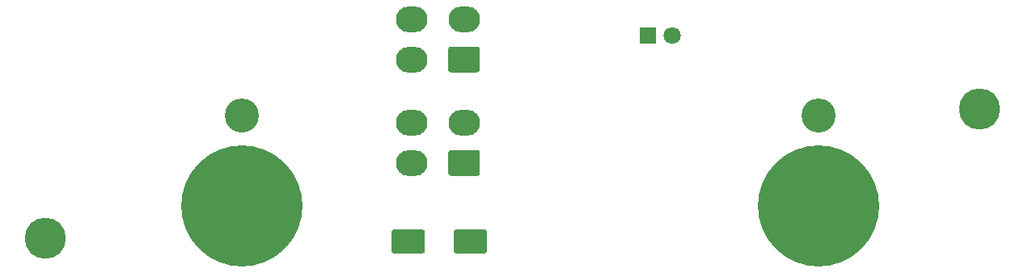
<source format=gbr>
%TF.GenerationSoftware,KiCad,Pcbnew,(5.1.10)-1*%
%TF.CreationDate,2021-10-30T22:23:43+11:00*%
%TF.ProjectId,HYD ISO Panel PCB V2,48594420-4953-44f2-9050-616e656c2050,rev?*%
%TF.SameCoordinates,Original*%
%TF.FileFunction,Soldermask,Bot*%
%TF.FilePolarity,Negative*%
%FSLAX46Y46*%
G04 Gerber Fmt 4.6, Leading zero omitted, Abs format (unit mm)*
G04 Created by KiCad (PCBNEW (5.1.10)-1) date 2021-10-30 22:23:43*
%MOMM*%
%LPD*%
G01*
G04 APERTURE LIST*
%ADD10O,3.300000X2.700000*%
%ADD11C,4.300000*%
%ADD12C,12.700000*%
%ADD13C,3.572000*%
%ADD14C,1.800000*%
%ADD15R,1.800000X1.800000*%
G04 APERTURE END LIST*
D10*
%TO.C,J2*%
X109485800Y-75164840D03*
X109485800Y-79364840D03*
X114985800Y-75164840D03*
G36*
G01*
X116385799Y-80714840D02*
X113585801Y-80714840D01*
G75*
G02*
X113335800Y-80464839I0J250001D01*
G01*
X113335800Y-78264841D01*
G75*
G02*
X113585801Y-78014840I250001J0D01*
G01*
X116385799Y-78014840D01*
G75*
G02*
X116635800Y-78264841I0J-250001D01*
G01*
X116635800Y-80464839D01*
G75*
G02*
X116385799Y-80714840I-250001J0D01*
G01*
G37*
%TD*%
%TO.C,J1*%
X109468920Y-64320420D03*
X109468920Y-68520420D03*
X114968920Y-64320420D03*
G36*
G01*
X116368919Y-69870420D02*
X113568921Y-69870420D01*
G75*
G02*
X113318920Y-69620419I0J250001D01*
G01*
X113318920Y-67420421D01*
G75*
G02*
X113568921Y-67170420I250001J0D01*
G01*
X116368919Y-67170420D01*
G75*
G02*
X116618920Y-67420421I0J-250001D01*
G01*
X116618920Y-69620419D01*
G75*
G02*
X116368919Y-69870420I-250001J0D01*
G01*
G37*
%TD*%
D11*
%TO.C,REF\u002A\u002A*%
X168901109Y-73724776D03*
%TD*%
%TO.C,REF\u002A\u002A*%
X71111109Y-87250276D03*
%TD*%
D12*
%TO.C,REF\u002A\u002A*%
X152073609Y-83884776D03*
X152073609Y-83884776D03*
D13*
X152073609Y-74359776D03*
%TD*%
D12*
%TO.C,REF\u002A\u002A*%
X91748609Y-83884776D03*
X91748609Y-83884776D03*
D13*
X91748609Y-74359776D03*
%TD*%
%TO.C,C1*%
G36*
G01*
X110892460Y-86591900D02*
X110892460Y-88591900D01*
G75*
G02*
X110642460Y-88841900I-250000J0D01*
G01*
X107642460Y-88841900D01*
G75*
G02*
X107392460Y-88591900I0J250000D01*
G01*
X107392460Y-86591900D01*
G75*
G02*
X107642460Y-86341900I250000J0D01*
G01*
X110642460Y-86341900D01*
G75*
G02*
X110892460Y-86591900I0J-250000D01*
G01*
G37*
G36*
G01*
X117392460Y-86591900D02*
X117392460Y-88591900D01*
G75*
G02*
X117142460Y-88841900I-250000J0D01*
G01*
X114142460Y-88841900D01*
G75*
G02*
X113892460Y-88591900I0J250000D01*
G01*
X113892460Y-86591900D01*
G75*
G02*
X114142460Y-86341900I250000J0D01*
G01*
X117142460Y-86341900D01*
G75*
G02*
X117392460Y-86591900I0J-250000D01*
G01*
G37*
%TD*%
D14*
%TO.C,D25*%
X136800000Y-66000000D03*
D15*
X134260000Y-66000000D03*
%TD*%
M02*

</source>
